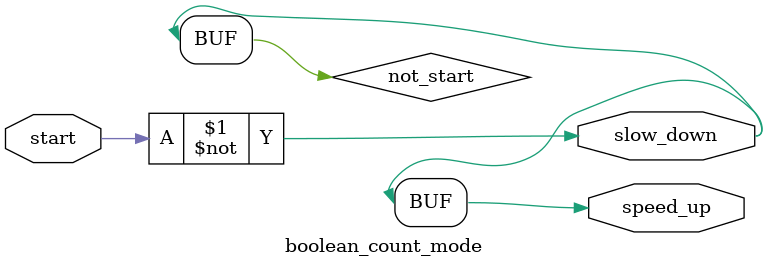
<source format=sv>
module boolean_count_mode(input start,output speed_up,slow_down);

wire not_start;
not(not_start,start);
and(speed_up,not_start);
and(slow_down,not_start);

endmodule
</source>
